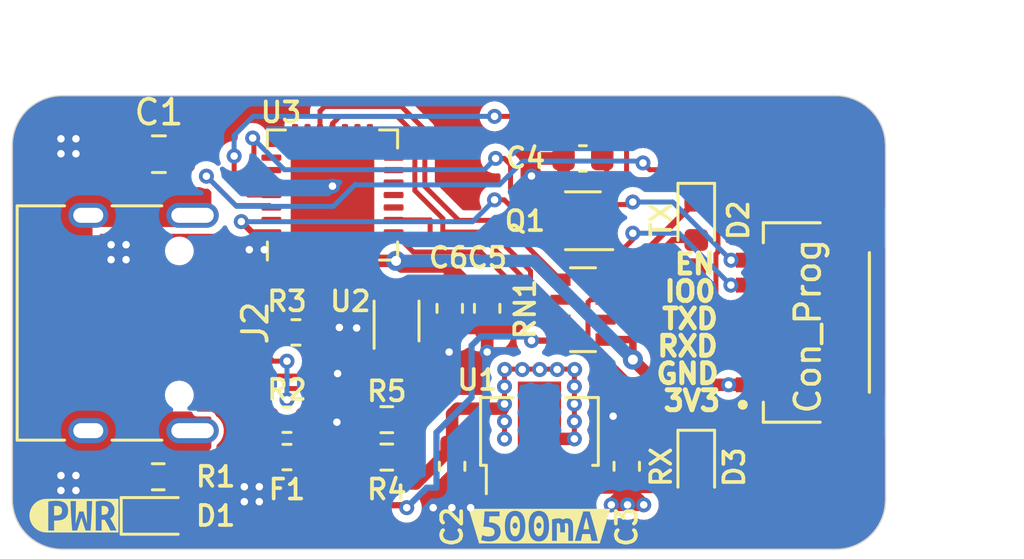
<source format=kicad_pcb>
(kicad_pcb (version 20221018) (generator pcbnew)
  (layers (0 "F.Cu" signal) (31 "B.Cu" signal) (34 "B.Paste" user) (35 "F.Paste" user) (36 "B.SilkS" user "B.Silkscreen") (37 "F.SilkS" user "F.Silkscreen") (38 "B.Mask" user) (39 "F.Mask" user) (44 "Edge.Cuts" user))
  (net 0 "")
  (net 1 "GND")
  (net 2 "Net-(J2-SHIELD)")
  (net 3 "/USB_PWR")
  (net 4 "/DP")
  (net 5 "/DM")
  (net 6 "Net-(D1-A)")
  (net 7 "Net-(D2-K)")
  (net 8 "/RXD")
  (net 9 "/TXD")
  (net 10 "/IO0")
  (net 11 "Net-(D3-K)")
  (net 12 "/CC1")
  (net 13 "/CC2")
  (net 15 "/RTS")
  (net 16 "/DTR")
  (net 17 "/GPIO1")
  (net 18 "/GPIO0")
  (net 19 "/DCD")
  (net 20 "/DSR")
  (net 21 "/CTS")
  (net 22 "/SUSPEND")
  (net 23 "/~{SUSPEND}")
  (net 24 "/GPIO2")
  (net 25 "/GPIO3")
  (net 27 "/RI")
  (net 28 "/~{RST}")
  (net 29 "VBUS")
  (net 30 "+3V3")
  (net 31 "EN")
  (net 32 "/GPIO4")
  (net 33 "/GPIO5")
  (net 34 "/GPIO6")
  (net 35 "/CHR0")
  (net 36 "/CHR1")
  (net 37 "/CHREN")
  (net 38 "Net-(U3-VBUS)")
  (net 39 "Net-(U3-D-)")
  (net 40 "Net-(U3-D+)")
  (footprint "Capacitor_SMD:C_0805_2012Metric" (layer "F.Cu") (at 115.365 76.848)
    (fp_text reference "C1")
    (fp_text value "4.7nF")
  )
  (footprint "Capacitor_SMD:C_0603_1608Metric" (layer "F.Cu") (at 127.12 89.37 -90)
    (fp_text reference "C2")
    (fp_text value "1uF")
  )
  (footprint "Capacitor_SMD:C_0603_1608Metric" (layer "F.Cu") (at 127.024 83.0325 -90)
    (fp_text reference "C6")
    (fp_text value "0.1uF")
  )
  (footprint "Capacitor_SMD:C_0603_1608Metric" (layer "F.Cu") (at 134.12 89.37 90)
    (fp_text reference "C3")
    (fp_text value "10uF")
  )
  (footprint "Fuse:Fuse_0603_1608Metric" (layer "F.Cu") (at 120.5 89 180)
    (fp_text reference "F1")
    (fp_text value "0.5A")
  )
  (footprint "Jts:JST_SM06B-SRSS-TB_LF__SN_" (layer "F.Cu") (at 139.27 83.6 90)
    (fp_text reference "J1" hide)
    (fp_text value "Con_Prog")
  )
  (footprint "Connector_USB:USB_C_Receptacle_HRO_TYPE-C-31-M-12" (layer "F.Cu") (at 113.585 83.62 -90)
    (fp_text reference "J2")
    (fp_text value "USB C")
  )
  (footprint "Resistor_SMD:R_0603_1608Metric" (layer "F.Cu") (at 120.5 87.5)
    (fp_text reference "R2")
    (fp_text value "5K1")
  )
  (footprint "Resistor_SMD:R_0603_1608Metric" (layer "F.Cu") (at 120.86 83.9978)
    (fp_text reference "R3")
    (fp_text value "5K1")
  )
  (footprint "Resistor_SMD:R_0603_1608Metric" (layer "F.Cu") (at 115.34 89.79 180)
    (fp_text reference "R1")
    (fp_text value "1M")
  )
  (footprint "LED_SMD:LED_0603_1608Metric" (layer "F.Cu") (at 136.906 79.502 -90)
    (fp_text reference "D2")
    (fp_text value "TX")
  )
  (footprint "Capacitor_SMD:C_0603_1608Metric" (layer "F.Cu") (at 132.362 77.018 180)
    (fp_text reference "C4")
    (fp_text value "1uF")
  )
  (footprint "Resistor_SMD:R_0603_1608Metric" (layer "F.Cu") (at 124.5 89)
    (fp_text reference "R4")
    (fp_text value "22.1K")
  )
  (footprint "Resistor_SMD:R_0603_1608Metric" (layer "F.Cu") (at 124.5 87.5 180)
    (fp_text reference "R5")
    (fp_text value "47.5K")
  )
  (footprint "Package_DFN_QFN:QFN-28-1EP_5x5mm_P0.5mm_EP3.35x3.35mm" (layer "F.Cu") (at 122.324 78.486 90)
    (fp_text reference "U3")
    (fp_text value "CP2102N" hide)
  )
  (footprint "Package_TO_SOT_SMD:SOT-89-3" (layer "F.Cu") (at 130.62 88.27 90)
    (fp_text reference "U1")
    (fp_text value "LR1107")
  )
  (footprint "Capacitor_SMD:C_0603_1608Metric" (layer "F.Cu") (at 128.524 83.0325 -90)
    (fp_text reference "C5")
    (fp_text value "10uF")
  )
  (footprint "LED_SMD:LED_0603_1608Metric" (layer "F.Cu") (at 136.906 89.408 -90)
    (fp_text reference "D3")
    (fp_text value "RX")
  )
  (footprint "Package_TO_SOT_SMD:SOT-363_SC-70-6" (layer "F.Cu") (at 132.362 79.518 180)
    (fp_text reference "Q1")
    (fp_text value "UMH3N")
  )
  (footprint "Package_TO_SOT_SMD:SOT-666" (layer "F.Cu") (at 124.8918 83.5406 90)
    (fp_text reference "U2")
    (fp_text value "USBLC6-2P6")
  )
  (footprint "kibuzzard-62357631" (layer "F.Cu") (at 111.96 91.35)
    (fp_text reference "kibuzzard-62357631" hide)
    (fp_text value "G***" hide)
  )
  (footprint "Resistor_SMD:R_Array_Convex_4x0603" (layer "F.Cu") (at 132.366 83.086)
    (fp_text reference "RN1")
    (fp_text value "1K")
  )
  (footprint "LED_SMD:LED_0603_1608Metric" (layer "F.Cu") (at 115.34 91.36)
    (fp_text reference "D1")
    (fp_text value "PWR")
  )
  (footprint "kibuzzard-62357776" (layer "F.Cu") (at 130.62 91.77)
    (fp_text reference "kibuzzard-62357776" hide)
    (fp_text value "G***" hide)
  )
  (gr_arc (start 109.489439 76.498414) (mid 110.074753 75.085296) (end 111.487853 74.5) (stroke (width 0.05)) (layer "Edge.Cuts"))
  (gr_arc (start 142.491761 74.5) (mid 143.906 75.085773) (end 144.491761 76.5) (stroke (width 0.05)) (layer "Edge.Cuts"))
  (gr_arc (start 144.491761 90.7188) (mid 143.911479 92.119706) (end 142.510561 92.7) (stroke (width 0.05)) (layer "Edge.Cuts"))
  (gr_line (start 109.489439 90.7) (end 109.489439 76.498414) (stroke (width 0.05)) (layer "Edge.Cuts"))
  (gr_line (start 144.491761 90.7188) (end 144.491761 76.5) (stroke (width 0.05)) (layer "Edge.Cuts"))
  (gr_line (start 111.489439 92.7) (end 142.510561 92.7) (stroke (width 0.05)) (layer "Edge.Cuts"))
  (gr_arc (start 111.489439 92.7) (mid 110.0752 92.114227) (end 109.489439 90.7) (stroke (width 0.05)) (layer "Edge.Cuts"))
  (gr_line (start 142.491761 74.5) (end 111.487853 74.5) (stroke (width 0.05)) (layer "Edge.Cuts"))
  (gr_text "IO0" (at 136.656 82.356) (layer "F.SilkS") (effects (font (size 0.8 0.8) (thickness 0.2))))
  (gr_text "TXD" (at 136.656 83.456) (layer "F.SilkS") (effects (font (size 0.8 0.8) (thickness 0.2))))
  (gr_text "RXD" (at 136.556 84.556) (layer "F.SilkS") (effects (font (size 0.8 0.8) (thickness 0.2))))
  (gr_text "GND" (at 136.556 85.656) (layer "F.SilkS") (effects (font (size 0.8 0.8) (thickness 0.2))))
  (gr_text "3V3" (at 136.73 86.74) (layer "F.SilkS") (effects (font (size 0.8 0.8) (thickness 0.2))))
  (gr_text "EN" (at 136.856 81.256) (layer "F.SilkS") (effects (font (size 0.8 0.8) (thickness 0.2))))
  (segment (start 121.824 78.628) (end 122.324 78.128) (width 0.25) (layer "F.Cu") (net 1))
  (segment (start 121.6475 83.9978) (end 122.4022 83.9978) (width 0.2) (layer "F.Cu") (net 1))
  (segment (start 122.5296 85.6488) (end 123.0659 85.1125) (width 0.2) (layer "F.Cu") (net 1))
  (segment (start 120.13 80.68) (end 122.324 78.486) (width 0.2) (layer "F.Cu") (net 1))
  (segment (start 123.675 87.5) (end 123.825 87.5) (width 0.3) (layer "F.Cu") (net 1))
  (segment (start 123.2716 83.8) (end 123.2916 83.82) (width 0.2) (layer "F.Cu") (net 1))
  (segment (start 114.515 89.79) (end 114.515 91.3225) (width 0.5) (layer "F.Cu") (net 1))
  (segment (start 122.001614 78.163614) (end 122.324 78.486) (width 0.2) (layer "F.Cu") (net 1))
  (segment (start 127.024 83.82) (end 127.024 84.782508) (width 0.3) (layer "F.Cu") (net 1))
  (segment (start 121.824 80.936) (end 121.824 78.628) (width 0.25) (layer "F.Cu") (net 1))
  (segment (start 122.4022 83.9978) (end 122.6 83.8) (width 0.2) (layer "F.Cu") (net 1))
  (segment (start 119.59 80.68) (end 120.13 80.68) (width 0.2) (layer "F.Cu") (net 1))
  (segment (start 122.6 83.8) (end 123.2716 83.8) (width 0.2) (layer "F.Cu") (net 1))
  (segment (start 112.06 89.76) (end 112.04 89.74) (width 0.5) (layer "F.Cu") (net 1))
  (segment (start 124.8918 84.88) (end 124.8918 84.4656) (width 0.2) (layer "F.Cu") (net 1))
  (segment (start 127 84.785) (end 127 83.844) (width 0.2) (layer "F.Cu") (net 1))
  (segment (start 122.2 87.5) (end 122.3 87.6) (width 0.3) (layer "F.Cu") (net 1))
  (segment (start 128.524 83.82) (end 128.524 84.7825) (width 0.3) (layer "F.Cu") (net 1))
  (segment (start 114.515 91.3225) (end 114.5525 91.36) (width 0.5) (layer "F.Cu") (net 1))
  (segment (start 123.0659 85.1125) (end 124.6593 85.1125) (width 0.2) (layer "F.Cu") (net 1))
  (segment (start 122.001614 78.128) (end 122.001614 78.163614) (width 0.2) (layer "F.Cu") (net 1))
  (segment (start 127 83.844) (end 127.024 83.82) (width 0.2) (layer "F.Cu") (net 1))
  (segment (start 124.6593 85.1125) (end 124.8918 84.88) (width 0.2) (layer "F.Cu") (net 1))
  (segment (start 121.2875 87.5) (end 122.2 87.5) (width 0.3) (layer "F.Cu") (net 1))
  (segment (start 128.524 84.785) (end 128.524 83.82) (width 0.2) (layer "F.Cu") (net 1))
  (via (at 122.324 78.128) (size 0.6) (drill 0.3) (layers "F.Cu" "B.Cu") (net 1))
  (via (at 127 84.785) (size 0.6) (drill 0.3) (layers "F.Cu" "B.Cu") (net 1))
  (via (at 119.39 90.19) (size 0.6) (drill 0.3) (layers "F.Cu" "B.Cu") (net 1))
  (via (at 118.79 90.19) (size 0.6) (drill 0.3) (layers "F.Cu" "B.Cu") (net 1))
  (via (at 122.5 87.6) (size 0.6) (drill 0.3) (layers "F.Cu" "B.Cu") (net 1))
  (via (at 114.05 80.48) (size 0.6) (drill 0.3) (layers "F.Cu" "B.Cu") (net 1))
  (via (at 112.04 76.83) (size 0.6) (drill 0.3) (layers "F.Cu" "B.Cu") (net 1))
  (via (at 111.44 76.83) (size 0.6) (drill 0.3) (layers "F.Cu" "B.Cu") (net 1))
  (via (at 127.11 91.03) (size 0.6) (drill 0.3) (layers "F.Cu" "B.Cu") (net 1))
  (via (at 113.45 80.48) (size 0.6) (drill 0.3) (layers "F.Cu" "B.Cu") (net 1))
  (via (at 112.04 76.23) (size 0.6) (drill 0.3) (layers "F.Cu" "B.Cu") (net 1))
  (via (at 126.36 91.03) (size 0.6) (drill 0.3) (layers "F.Cu" "B.Cu") (net 1))
  (via (at 112.04 90.34) (size 0.6) (drill 0.3) (layers "F.Cu" "B.Cu") (net 1))
  (via (at 113.45 81.08) (size 0.6) (drill 0.3) (layers "F.Cu" "B.Cu") (net 1))
  (via (at 112.04 89.74) (size 0.6) (drill 0.3) (layers "F.Cu" "B.Cu") (net 1))
  (via (at 111.44 89.74) (size 0.6) (drill 0.3) (layers "F.Cu" "B.Cu") (net 1))
  (via (at 122.6 83.8) (size 0.6) (drill 0.3) (layers "F.Cu" "B.Cu") (net 1))
  (via (at 118.79 90.79) (size 0.6) (drill 0.3) (layers "F.Cu" "B.Cu") (net 1))
  (via (at 128.524 84.785) (size 0.6) (drill 0.3) (layers "F.Cu" "B.Cu") (net 1))
  (via (at 122.5296 85.6488) (size 0.6) (drill 0.3) (layers "F.Cu" "B.Cu") (net 1))
  (via (at 133.574 87.36) (size 0.6) (drill 0.3) (layers "F.Cu" "B.Cu") (net 1))
  (via (at 111.44 90.34) (size 0.6) (drill 0.3) (layers "F.Cu" "B.Cu") (net 1))
  (via (at 119.39 90.79) (size 0.6) (drill 0.3) (layers "F.Cu" "B.Cu") (net 1))
  (via (at 111.44 76.23) (size 0.6) (drill 0.3) (layers "F.Cu" "B.Cu") (net 1))
  (via (at 123.2916 83.82) (size 0.6) (drill 0.3) (layers "F.Cu" "B.Cu") (net 1))
  (via (at 118.99 80.68) (size 0.6) (drill 0.3) (layers "F.Cu" "B.Cu") (net 1))
  (via (at 127.86 91.03) (size 0.6) (drill 0.3) (layers "F.Cu" "B.Cu") (net 1))
  (via (at 119.59 80.68) (size 0.6) (drill 0.3) (layers "F.Cu" "B.Cu") (net 1))
  (via (at 114.05 81.08) (size 0.6) (drill 0.3) (layers "F.Cu" "B.Cu") (net 1))
  (via (at 130.302 77.724) (size 0.6) (drill 0.3) (layers "F.Cu" "B.Cu") (net 1))
  (segment (start 122.9868 84.1868) (end 122.6 83.8) (width 0.2) (layer "B.Cu") (net 1))
  (segment (start 122.9868 84.1248) (end 123.2916 83.82) (width 0.2) (layer "B.Cu") (net 1))
  (segment (start 122.9868 84.1868) (end 122.9868 84.1248) (width 0.2) (layer "B.Cu") (net 1))
  (segment (start 122.9868 84.1868) (end 122.9868 85.1916) (width 0.2) (layer "B.Cu") (net 1))
  (segment (start 122.9868 85.1916) (end 122.5296 85.6488) (width 0.2) (layer "B.Cu") (net 1))
  (segment (start 115.63 78.063) (end 114.415 76.848) (width 0.5) (layer "F.Cu") (net 2))
  (segment (start 116.68 87.91) (end 115.5 87.91) (width 0.5) (layer "F.Cu") (net 2))
  (segment (start 115.5 87.91) (end 113.41 87.91) (width 0.5) (layer "F.Cu") (net 2))
  (segment (start 113.33 79.28) (end 112.5 79.28) (width 0.5) (layer "F.Cu") (net 2))
  (segment (start 115.63 79.28) (end 115.63 78.063) (width 0.5) (layer "F.Cu") (net 2))
  (segment (start 115.63 89.32) (end 116.26 89.95) (width 0.5) (layer "F.Cu") (net 2))
  (segment (start 113.41 87.91) (end 112.15 87.91) (width 0.5) (layer "F.Cu") (net 2))
  (segment (start 116.68 79.28) (end 113.33 79.28) (width 0.5) (layer "F.Cu") (net 2))
  (segment (start 115.63 87.92) (end 115.63 89.32) (width 0.5) (layer "F.Cu") (net 2))
  (segment (start 121.924 81.849686) (end 123.164914 83.0906) (width 0.2) (layer "F.Cu") (net 3))
  (segment (start 117.6 85.9) (end 117.6 86.2) (width 0.2) (layer "F.Cu") (net 3))
  (segment (start 119.3125 88.6) (end 119.7125 89) (width 0.25) (layer "F.Cu") (net 3))
  (segment (start 118.575 86.2) (end 118.975 86.6) (width 0.2) (layer "F.Cu") (net 3))
  (segment (start 117.6 81.3) (end 120.3 81.3) (width 0.2) (layer "F.Cu") (net 3))
  (segment (start 124.86 83.25) (end 124.8918 83.2182) (width 0.2) (layer "F.Cu") (net 3))
  (segment (start 120.8233 81.849686) (end 121.924 81.849686) (width 0.2) (layer "F.Cu") (net 3))
  (segment (start 118.975 86.6) (end 118.975 88.2625) (width 0.2) (layer "F.Cu") (net 3))
  (segment (start 124.0262 83.25) (end 124.86 83.25) (width 0.2) (layer "F.Cu") (net 3))
  (segment (start 124.8918 83.2182) (end 124.8918 82.6156) (width 0.2) (layer "F.Cu") (net 3))
  (segment (start 120.3 81.3) (end 120.399 81.399) (width 0.2) (layer "F.Cu") (net 3))
  (segment (start 120.399 81.425386) (end 120.8233 81.849686) (width 0.2) (layer "F.Cu") (net 3))
  (segment (start 120.399 81.399) (end 120.399 81.425386) (width 0.2) (layer "F.Cu") (net 3))
  (segment (start 118.975 88.2625) (end 119.3125 88.6) (width 0.2) (layer "F.Cu") (net 3))
  (segment (start 117.6 86.2) (end 118.575 86.2) (width 0.2) (layer "F.Cu") (net 3))
  (segment (start 123.164914 83.0906) (end 123.8668 83.0906) (width 0.2) (layer "F.Cu") (net 3))
  (segment (start 123.8668 83.0906) (end 124.0262 83.25) (width 0.2) (layer "F.Cu") (net 3))
  (segment (start 117.6 83.35) (end 116.625 83.35) (width 0.2) (layer "F.Cu") (net 4))
  (segment (start 121.55 85.75) (end 122.5875 84.7125) (width 0.2) (layer "F.Cu") (net 4))
  (segment (start 116.58 84.4) (end 117.55 84.4) (width 0.2) (layer "F.Cu") (net 4))
  (segment (start 124.0324 84.7125) (end 124.3543 84.3906) (width 0.2) (layer "F.Cu") (net 4))
  (segment (start 116.625 83.35) (end 116.575 83.4) (width 0.2) (layer "F.Cu") (net 4))
  (segment (start 122.5875 84.7125) (end 124.0324 84.7125) (width 0.2) (layer "F.Cu") (net 4))
  (segment (start 118.69 84.79) (end 119.65 85.75) (width 0.2) (layer "F.Cu") (net 4))
  (segment (start 119.65 85.75) (end 121.55 85.75) (width 0.2) (layer "F.Cu") (net 4))
  (segment (start 116.575 84.395) (end 116.58 84.4) (width 0.2) (layer "F.Cu") (net 4))
  (segment (start 118.69 84.35) (end 118.69 84.79) (width 0.2) (layer "F.Cu") (net 4))
  (segment (start 116.575 83.4) (end 116.575 84.395) (width 0.2) (layer "F.Cu") (net 4))
  (segment (start 117.6 84.35) (end 118.69 84.35) (width 0.2) (layer "F.Cu") (net 4))
  (segment (start 117.55 84.4) (end 117.6 84.35) (width 0.2) (layer "F.Cu") (net 4))
  (segment (start 119.335 84.545) (end 119.9405 85.1505) (width 0.2) (layer "F.Cu") (net 5))
  (segment (start 120.55 86.25) (end 122.85 86.25) (width 0.2) (layer "F.Cu") (net 5))
  (segment (start 120.5 86.7) (end 120.5 86.3) (width 0.2) (layer "F.Cu") (net 5))
  (segment (start 118.575 82.85) (end 118.755685 83.030685) (width 0.2) (layer "F.Cu") (net 5))
  (segment (start 117.6 82.85) (end 118.575 82.85) (width 0.2) (layer "F.Cu") (net 5))
  (segment (start 123.3125 85.7875) (end 124.6449 85.7875) (width 0.2) (layer "F.Cu") (net 5))
  (segment (start 120.5 86.3) (end 120.55 86.25) (width 0.2) (layer "F.Cu") (net 5))
  (segment (start 117.6 83.85) (end 118.755685 83.85) (width 0.2) (layer "F.Cu") (net 5))
  (segment (start 120.4005 85.25) (end 120.5 85.1505) (width 0.2) (layer "F.Cu") (net 5))
  (segment (start 119.335 84.429315) (end 119.335 84.545) (width 0.2) (layer "F.Cu") (net 5))
  (segment (start 118.755685 83.85) (end 119.335 84.429315) (width 0.2) (layer "F.Cu") (net 5))
  (segment (start 124.6449 85.7875) (end 125.4293 85.0031) (width 0.2) (layer "F.Cu") (net 5))
  (segment (start 118.755685 83.030685) (end 118.755685 83.85) (width 0.2) (layer "F.Cu") (net 5))
  (segment (start 122.85 86.25) (end 123.3125 85.7875) (width 0.2) (layer "F.Cu") (net 5))
  (segment (start 119.9405 85.1505) (end 120.5 85.1505) (width 0.2) (layer "F.Cu") (net 5))
  (segment (start 125.4293 85.0031) (end 125.4293 84.3906) (width 0.2) (layer "F.Cu") (net 5))
  (via (at 120.5 86.7) (size 0.6) (drill 0.3) (layers "F.Cu" "B.Cu") (net 5))
  (via (at 120.5 85.1505) (size 0.6) (drill 0.3) (layers "F.Cu" "B.Cu") (net 5))
  (segment (start 120.5 85.1505) (end 120.5 86.7) (width 0.2) (layer "B.Cu") (net 5))
  (segment (start 116.8 92.03) (end 116.13 91.36) (width 0.25) (layer "F.Cu") (net 6))
  (segment (start 125.3 91.03) (end 125.202 90.932) (width 0.25) (layer "F.Cu") (net 6))
  (segment (start 120.396 90.932) (end 119.298 92.03) (width 0.25) (layer "F.Cu") (net 6))
  (segment (start 125.202 90.932) (end 120.396 90.932) (width 0.25) (layer "F.Cu") (net 6))
  (segment (start 131.424 84.328) (end 131.466 84.286) (width 0.25) (layer "F.Cu") (net 6))
  (segment (start 119.298 92.03) (end 116.8 92.03) (width 0.25) (layer "F.Cu") (net 6))
  (segment (start 130.302 84.328) (end 131.424 84.328) (width 0.25) (layer "F.Cu") (net 6))
  (via (at 130.302 84.328) (size 0.6) (drill 0.3) (layers "F.Cu" "B.Cu") (net 6))
  (via (at 125.3 91.03) (size 0.6) (drill 0.3) (layers "F.Cu" "B.Cu") (net 6))
  (segment (start 126.102 90.228) (end 126.492 90.228) (width 0.25) (layer "B.Cu") (net 6))
  (segment (start 126.492 88.014116) (end 127.899 86.607116) (width 0.25) (layer "B.Cu") (net 6))
  (segment (start 130.178116 84.328) (end 130.302 84.328) (width 0.25) (layer "B.Cu") (net 6))
  (segment (start 126.492 90.228) (end 126.492 88.014116) (width 0.25) (layer "B.Cu") (net 6))
  (segment (start 128.265116 84.16) (end 130.134 84.16) (width 0.25) (layer "B.Cu") (net 6))
  (segment (start 125.3 91.03) (end 126.102 90.228) (width 0.25) (layer "B.Cu") (net 6))
  (segment (start 127.899 86.607116) (end 127.899 84.526116) (width 0.25) (layer "B.Cu") (net 6))
  (segment (start 127.899 84.526116) (end 128.265116 84.16) (width 0.25) (layer "B.Cu") (net 6))
  (segment (start 130.134 84.16) (end 130.302 84.328) (width 0.25) (layer "B.Cu") (net 6))
  (segment (start 133.266 81.886) (end 133.416 81.886) (width 0.2) (layer "F.Cu") (net 7))
  (segment (start 133.7345 81.886) (end 133.266 81.886) (width 0.25) (layer "F.Cu") (net 7))
  (segment (start 136.8415 78.4605) (end 136.906 78.4605) (width 0.2) (layer "F.Cu") (net 7))
  (segment (start 136.906 78.7145) (end 133.7345 81.886) (width 0.25) (layer "F.Cu") (net 7))
  (segment (start 131.080686 75.946) (end 133.858 75.946) (width 0.2) (layer "F.Cu") (net 8))
  (segment (start 138 84.1) (end 139.157 84.1) (width 0.2) (layer "F.Cu") (net 8))
  (segment (start 137.51625 77.87) (end 137.776 78.12975) (width 0.2) (layer "F.Cu") (net 8))
  (segment (start 134.112 77.635685) (end 134.346315 77.87) (width 0.2) (layer "F.Cu") (net 8))
  (segment (start 137.694 80.857471) (end 137.694 83.794) (width 0.2) (layer "F.Cu") (net 8))
  (segment (start 137.694 83.794) (end 138 84.1) (width 0.2) (layer "F.Cu") (net 8))
  (segment (start 130.464686 75.33) (end 131.080686 75.946) (width 0.2) (layer "F.Cu") (net 8))
  (segment (start 118.383 77.913914) (end 118.955086 78.486) (width 0.2) (layer "F.Cu") (net 8))
  (segment (start 133.858 75.946) (end 134.112 76.2) (width 0.2) (layer "F.Cu") (net 8))
  (segment (start 118.383 76.923) (end 118.383 76.797) (width 0.2) (layer "F.Cu") (net 8))
  (segment (start 137.776 80.775471) (end 137.694 80.857471) (width 0.2) (layer "F.Cu") (net 8))
  (segment (start 137.776 78.12975) (end 137.776 80.775471) (width 0.2) (layer "F.Cu") (net 8))
  (segment (start 128.82 75.33) (end 130.464686 75.33) (width 0.2) (layer "F.Cu") (net 8))
  (segment (start 134.346315 77.87) (end 137.51625 77.87) (width 0.2) (layer "F.Cu") (net 8))
  (segment (start 118.955086 78.486) (end 119.874 78.486) (width 0.2) (layer "F.Cu") (net 8))
  (segment (start 134.112 76.2) (end 134.112 77.635685) (width 0.2) (layer "F.Cu") (net 8))
  (segment (start 118.383 76.923) (end 118.383 77.913914) (width 0.2) (layer "F.Cu") (net 8))
  (via (at 128.82 75.33) (size 0.6) (drill 0.3) (layers "F.Cu" "B.Cu") (net 8))
  (via (at 118.383 76.923) (size 0.6) (drill 0.3) (layers "F.Cu" "B.Cu") (net 8))
  (segment (start 128.82 75.33) (end 119.147471 75.33) (width 0.2) (layer "B.Cu") (net 8))
  (segment (start 119.147471 75.33) (end 118.38 76.097471) (width 0.2) (layer "B.Cu") (net 8))
  (segment (start 118.38 76.097471) (end 118.38 76.92) (width 0.2) (layer "B.Cu") (net 8))
  (segment (start 118.38 76.92) (end 118.383 76.923) (width 0.2) (layer "B.Cu") (net 8))
  (segment (start 135.04 77.47) (end 137.681936 77.47) (width 0.2) (layer "F.Cu") (net 9))
  (segment (start 118.451 78.911) (end 119.799 78.911) (width 0.2) (layer "F.Cu") (net 9))
  (segment (start 138.176 80.31) (end 140.2 80.31) (width 0.2) (layer "F.Cu") (net 9))
  (segment (start 134.77 77.2) (end 135.04 77.47) (width 0.2) (layer "F.Cu") (net 9))
  (segment (start 140.45 80.56) (end 140.45 82.95) (width 0.2) (layer "F.Cu") (net 9))
  (segment (start 117.27 77.73) (end 118.451 78.911) (width 0.2) (layer "F.Cu") (net 9))
  (segment (start 140.3 83.1) (end 139.157 83.1) (width 0.2) (layer "F.Cu") (net 9))
  (segment (start 119.799 78.911) (end 119.874 78.986) (width 0.2) (layer "F.Cu") (net 9))
  (segment (start 140.45 82.95) (end 140.3 83.1) (width 0.2) (layer "F.Cu") (net 9))
  (segment (start 138.176 77.964064) (end 138.176 80.31) (width 0.2) (layer "F.Cu") (net 9))
  (segment (start 137.681936 77.47) (end 138.176 77.964064) (width 0.2) (layer "F.Cu") (net 9))
  (segment (start 140.2 80.31) (end 140.45 80.56) (width 0.2) (layer "F.Cu") (net 9))
  (via (at 117.27 77.73) (size 0.6) (drill 0.3) (layers "F.Cu" "B.Cu") (net 9))
  (via (at 134.77 77.2) (size 0.6) (drill 0.3) (layers "F.Cu" "B.Cu") (net 9))
  (segment (start 129.01 78.08) (end 123.260529 78.08) (width 0.2) (layer "B.Cu") (net 9))
  (segment (start 134.694 77.124) (end 129.966 77.124) (width 0.2) (layer "B.Cu") (net 9))
  (segment (start 117.27 77.73) (end 118.48 78.94) (width 0.2) (layer "B.Cu") (net 9))
  (segment (start 129.966 77.124) (end 129.01 78.08) (width 0.2) (layer "B.Cu") (net 9))
  (segment (start 134.77 77.2) (end 134.694 77.124) (width 0.2) (layer "B.Cu") (net 9))
  (segment (start 123.260529 78.08) (end 123.240529 78.06) (width 0.2) (layer "B.Cu") (net 9))
  (segment (start 118.48 78.94) (end 122.360529 78.94) (width 0.2) (layer "B.Cu") (net 9))
  (segment (start 122.360529 78.94) (end 123.240529 78.06) (width 0.2) (layer "B.Cu") (net 9))
  (segment (start 132.362 80.768) (end 133.862 80.768) (width 0.2) (layer "F.Cu") (net 10))
  (segment (start 131.412 80.168) (end 131.762 80.168) (width 0.2) (layer "F.Cu") (net 10))
  (segment (start 131.762 80.168) (end 132.362 80.768) (width 0.2) (layer "F.Cu") (net 10))
  (segment (start 133.862 80.768) (end 134.362 80.268) (width 0.2) (layer "F.Cu") (net 10))
  (segment (start 134.362 80.268) (end 134.362 80.018) (width 0.2) (layer "F.Cu") (net 10))
  (via (at 138.294 82.1) (size 0.6) (drill 0.3) (layers "F.Cu" "B.Cu") (net 10))
  (via (at 134.362 80.018) (size 0.6) (drill 0.3) (layers "F.Cu" "B.Cu") (net 10))
  (segment (start 134.362 80.018) (end 136.212 80.018) (width 0.2) (layer "B.Cu") (net 10))
  (segment (start 136.212 80.018) (end 138.294 82.1) (width 0.2) (layer "B.Cu") (net 10))
  (segment (start 132.666 82.686) (end 133.266 82.686) (width 0.2) (layer "F.Cu") (net 11))
  (segment (start 133.096 84.836) (end 132.566 84.836) (width 0.2) (layer "F.Cu") (net 11))
  (segment (start 136.906 88.6205) (end 136.8805 88.6205) (width 0.2) (layer "F.Cu") (net 11))
  (segment (start 132.566 84.836) (end 132.566 82.786) (width 0.2) (layer "F.Cu") (net 11))
  (segment (start 132.566 82.786) (end 132.666 82.686) (width 0.2) (layer "F.Cu") (net 11))
  (segment (start 136.8805 88.6205) (end 133.096 84.836) (width 0.2) (layer "F.Cu") (net 11))
  (segment (start 119.67 82.35) (end 120.0725 82.7525) (width 0.2) (layer "F.Cu") (net 12))
  (segment (start 117.6 82.35) (end 119.67 82.35) (width 0.2) (layer "F.Cu") (net 12))
  (segment (start 120.0725 82.7525) (end 120.0725 83.9978) (width 0.2) (layer "F.Cu") (net 12))
  (segment (start 119.7125 86.378186) (end 119.7125 87.5) (width 0.2) (layer "F.Cu") (net 13))
  (segment (start 118.684314 85.35) (end 119.7125 86.378186) (width 0.2) (layer "F.Cu") (net 13))
  (segment (start 117.6 85.35) (end 118.684314 85.35) (width 0.2) (layer "F.Cu") (net 13))
  (segment (start 119.4625 87.75) (end 119.7125 87.5) (width 0.2) (layer "F.Cu") (net 13))
  (segment (start 119.459614 77.986) (end 119.874 77.986) (width 0.2) (layer "F.Cu") (net 15))
  (segment (start 129.212 77.018) (end 129.462 77.268) (width 0.2) (layer "F.Cu") (net 15))
  (segment (start 119.174 77.700386) (end 119.459614 77.986) (width 0.2) (layer "F.Cu") (net 15))
  (segment (start 132.536022 79.518) (end 133.312 79.518) (width 0.2) (layer "F.Cu") (net 15))
  (segment (start 129.962 78.868) (end 131.412 78.868) (width 0.2) (layer "F.Cu") (net 15))
  (segment (start 131.886022 78.868) (end 132.536022 79.518) (width 0.2) (layer "F.Cu") (net 15))
  (segment (start 131.412 78.868) (end 131.886022 78.868) (width 0.2) (layer "F.Cu") (net 15))
  (segment (start 119.174 76.248) (end 119.126 76.2) (width 0.2) (layer "F.Cu") (net 15))
  (segment (start 128.862 77.018) (end 129.212 77.018) (width 0.2) (layer "F.Cu") (net 15))
  (segment (start 129.462 77.268) (end 129.462 78.368) (width 0.2) (layer "F.Cu") (net 15))
  (segment (start 119.174 77.700386) (end 119.174 76.248) (width 0.2) (layer "F.Cu") (net 15))
  (segment (start 129.462 78.368) (end 129.962 78.868) (width 0.2) (layer "F.Cu") (net 15))
  (via (at 128.862 77.018) (size 0.6) (drill 0.3) (layers "F.Cu" "B.Cu") (net 15))
  (via (at 119.126 76.2) (size 0.6) (drill 0.3) (layers "F.Cu" "B.Cu") (net 15))
  (segment (start 128.41 77.47) (end 120.396 77.47) (width 0.2) (layer "B.Cu") (net 15))
  (segment (start 120.396 77.47) (end 119.126 76.2) (width 0.2) (layer "B.Cu") (net 15))
  (segment (start 128.862 77.018) (end 128.41 77.47) (width 0.2) (layer "B.Cu") (net 15))
  (segment (start 119.102 79.986) (end 118.6688 79.5528) (width 0.25) (layer "F.Cu") (net 16))
  (segment (start 131.412 79.518) (end 131.971016 79.518) (width 0.2) (layer "F.Cu") (net 16))
  (segment (start 129.208994 78.68) (end 128.82 78.68) (width 0.2) (layer "F.Cu") (net 16))
  (segment (start 131.971016 79.518) (end 132.621016 80.168) (width 0.2) (layer "F.Cu") (net 16))
  (segment (start 130.046994 79.518) (end 129.208994 78.68) (width 0.2) (layer "F.Cu") (net 16))
  (segment (start 119.874 79.986) (end 119.102 79.986) (width 0.25) (layer "F.Cu") (net 16))
  (segment (start 130.046994 79.518) (end 131.412 79.518) (width 0.2) (layer "F.Cu") (net 16))
  (segment (start 118.6688 79.5528) (end 118.672 79.556) (width 0.25) (layer "F.Cu") (net 16))
  (segment (start 132.621016 80.168) (end 133.312 80.168) (width 0.2) (layer "F.Cu") (net 16))
  (segment (start 118.672 79.556) (end 118.824 79.556) (width 0.25) (layer "F.Cu") (net 16))
  (via (at 118.6688 79.5528) (size 0.6) (drill 0.3) (layers "F.Cu" "B.Cu") (net 16))
  (via (at 128.82 78.68) (size 0.6) (drill 0.3) (layers "F.Cu" "B.Cu") (net 16))
  (segment (start 127.944 79.556) (end 118.824 79.556) (width 0.2) (layer "B.Cu") (net 16))
  (segment (start 128.82 78.68) (end 127.944 79.556) (width 0.2) (layer "B.Cu") (net 16))
  (segment (start 131.466 82.686) (end 130.262 82.686) (width 0.2) (layer "F.Cu") (net 17))
  (segment (start 122.609614 75.336) (end 122.324 75.621614) (width 0.2) (layer "F.Cu") (net 17))
  (segment (start 130.262 81.53737) (end 128.69663 79.972) (width 0.2) (layer "F.Cu") (net 17))
  (segment (start 125.626 78.30937) (end 125.626 76.036) (width 0.2) (layer "F.Cu") (net 17))
  (segment (start 122.324 75.621614) (end 122.324 76.036) (width 0.2) (layer "F.Cu") (net 17))
  (segment (start 125.626 76.036) (end 124.926 75.336) (width 0.2) (layer "F.Cu") (net 17))
  (segment (start 126.746 79.429369) (end 125.626 78.30937) (width 0.2) (layer "F.Cu") (net 17))
  (segment (start 130.262 82.686) (end 130.262 81.53737) (width 0.2) (layer "F.Cu") (net 17))
  (segment (start 128.69663 79.972) (end 126.746 79.972) (width 0.2) (layer "F.Cu") (net 17))
  (segment (start 126.746 79.972) (end 126.746 79.429369) (width 0.2) (layer "F.Cu") (net 17))
  (segment (start 124.926 75.336) (end 122.609614 75.336) (width 0.2) (layer "F.Cu") (net 17))
  (segment (start 126.026 78.143684) (end 127.384316 79.502) (width 0.2) (layer "F.Cu") (net 18))
  (segment (start 127.384316 79.502) (end 129.082 79.502) (width 0.2) (layer "F.Cu") (net 18))
  (segment (start 122.006315 74.936) (end 125.091686 74.936) (width 0.2) (layer "F.Cu") (net 18))
  (segment (start 129.082 79.502) (end 131.466 81.886) (width 0.2) (layer "F.Cu") (net 18))
  (segment (start 121.824 75.678) (end 121.824 75.118315) (width 0.2) (layer "F.Cu") (net 18))
  (segment (start 125.091686 74.936) (end 126.026 75.870314) (width 0.2) (layer "F.Cu") (net 18))
  (segment (start 121.824 75.118315) (end 122.006315 74.936) (width 0.2) (layer "F.Cu") (net 18))
  (segment (start 126.026 75.870314) (end 126.026 78.143684) (width 0.2) (layer "F.Cu") (net 18))
  (segment (start 131.466 81.886) (end 131.196 81.886) (width 0.2) (layer "F.Cu") (net 18))
  (segment (start 126.238 79.487055) (end 126.236945 79.486) (width 0.2) (layer "F.Cu") (net 28))
  (segment (start 129.862 81.703055) (end 128.530945 80.372) (width 0.2) (layer "F.Cu") (net 28))
  (segment (start 126.346 80.372) (end 126.238 80.264) (width 0.2) (layer "F.Cu") (net 28))
  (segment (start 126.236945 79.486) (end 124.774 79.486) (width 0.2) (layer "F.Cu") (net 28))
  (segment (start 131.466 83.486) (end 130.496315 83.486) (width 0.2) (layer "F.Cu") (net 28))
  (segment (start 126.238 80.264) (end 126.238 79.487055) (width 0.2) (layer "F.Cu") (net 28))
  (segment (start 128.530945 80.372) (end 126.346 80.372) (width 0.2) (layer "F.Cu") (net 28))
  (segment (start 130.496315 83.486) (end 129.862 82.851685) (width 0.2) (layer "F.Cu") (net 28))
  (segment (start 129.862 82.851685) (end 129.862 81.703055) (width 0.2) (layer "F.Cu") (net 28))
  (segment (start 130.62 89.8325) (end 130.62 88.27) (width 0.5) (layer "F.Cu") (net 29))
  (segment (start 129.22 85.47) (end 132.02 85.47) (width 0.2) (layer "F.Cu") (net 29))
  (segment (start 121.2875 89) (end 121.2875 89.0295) (width 0.5) (layer "F.Cu") (net 29))
  (segment (start 127.3325 87.0575) (end 127.12 87.27) (width 0.5) (layer "F.Cu") (net 29))
  (segment (start 127.12 88.5825) (end 127.12 88.60478) (width 0.5) (layer "F.Cu") (net 29))
  (segment (start 129.22 88.27) (end 129.22 85.47) (width 0.2) (layer "F.Cu") (net 29))
  (segment (start 123.675 89) (end 121.2875 89) (width 0.5) (layer "F.Cu") (net 29))
  (segment (start 125.66478 90.06) (end 124.04 90.06) (width 0.5) (layer "F.Cu") (net 29))
  (segment (start 127.12 87.27) (end 127.12 88.5825) (width 0.5) (layer "F.Cu") (net 29))
  (segment (start 127.12 88.60478) (end 125.66478 90.06) (width 0.5) (layer "F.Cu") (net 29))
  (segment (start 123.675 89.695) (end 123.675 89) (width 0.5) (layer "F.Cu") (net 29))
  (segment (start 127.3325 87.0575) (end 129.1575 87.0575) (width 0.5) (layer "F.Cu") (net 29))
  (segment (start 124.04 90.06) (end 123.675 89.695) (width 0.5) (layer "F.Cu") (net 29))
  (segment (start 130.62 88.27) (end 132.02 88.27) (width 0.5) (layer "F.Cu") (net 29))
  (segment (start 132.02 85.47) (end 132.02 88.27) (width 0.2) (layer "F.Cu") (net 29))
  (via (at 129.22 87.57) (size 0.6) (drill 0.3) (layers "F.Cu" "B.Cu") (net 29))
  (via (at 129.22 86.87) (size 0.6) (drill 0.3) (layers "F.Cu" "B.Cu") (net 29))
  (via (at 129.22 86.17) (size 0.6) (drill 0.3) (layers "F.Cu" "B.Cu") (net 29))
  (via (at 129.23 85.486) (size 0.6) (drill 0.3) (layers "F.Cu" "B.Cu") (net 29))
  (via (at 129.93 85.486) (size 0.6) (drill 0.3) (layers "F.Cu" "B.Cu") (net 29))
  (via (at 130.63 85.486) (size 0.6) (drill 0.3) (layers "F.Cu" "B.Cu") (net 29))
  (via (at 131.33 85.486) (size 0.6) (drill 0.3) (layers "F.Cu" "B.Cu") (net 29))
  (via (at 132.03 85.486) (size 0.6) (drill 0.3) (layers "F.Cu" "B.Cu") (net 29))
  (via (at 132.02 86.87) (size 0.6) (drill 0.3) (layers "F.Cu" "B.Cu") (net 29))
  (via (at 132.02 86.17) (size 0.6) (drill 0.3) (layers "F.Cu" "B.Cu") (net 29))
  (via (at 132.02 88.27) (size 0.6) (drill 0.3) (layers "F.Cu" "B.Cu") (net 29))
  (via (at 132.02 87.57) (size 0.6) (drill 0.3) (layers "F.Cu" "B.Cu") (net 29))
  (via (at 129.22 88.27) (size 0.6) (drill 0.3) (layers "F.Cu" "B.Cu") (net 29))
  (segment (start 134.12 90.1575) (end 134.12 90.296) (width 0.5) (layer "F.Cu") (net 30))
  (segment (start 134.12 90.236) (end 134.8 90.916) (width 0.5) (layer "F.Cu") (net 30))
  (segment (start 134.8 90.916) (end 133.5 90.916) (width 0.5) (layer "F.Cu") (net 30))
  (segment (start 134.366 83.836) (end 134.366 84.336) (width 0.3) (layer "F.Cu") (net 30))
  (segment (start 139.157 86.1) (end 138.2 86.1) (width 0.5) (layer "F.Cu") (net 30))
  (segment (start 136.906 80.2895) (end 135.967396 80.2895) (width 0.25) (layer "F.Cu") (net 30))
  (segment (start 134.0575 90.22) (end 134.12 90.1575) (width 0.5) (layer "F.Cu") (net 30))
  (segment (start 128.622 82.1435) (end 127.122 82.1435) (width 0.4) (layer "F.Cu") (net 30))
  (segment (start 134.8 90.916) (end 134.15 90.916) (width 0.25) (layer "F.Cu") (net 30))
  (segment (start 133.266 83.486) (end 134.016 83.486) (width 0.3) (layer "F.Cu") (net 30))
  (segment (start 125.101 81.355) (end 124.874 81.128) (width 0.5) (layer "F.Cu") (net 30))
  (segment (start 127.024 81.355) (end 127.024 82.245) (width 0.5) (layer "F.Cu") (net 30))
  (segment (start 127.122 82.1435) (end 126.872 81.8935) (width 0.4) (layer "F.Cu") (net 30))
  (segment (start 133.266 84.286) (end 134.316 84.286) (width 0.3) (layer "F.Cu") (net 30))
  (segment (start 134.12 90.886) (end 134.15 90.916) (width 0.5) (layer "F.Cu") (net 30))
  (segment (start 132.42 90.22) (end 134.0575 90.22) (width 0.5) (layer "F.Cu") (net 30))
  (segment (start 124.016 81.128) (end 123.824 80.936) (width 0.5) (layer "F.Cu") (net 30))
  (segment (start 134.366 84.336) (end 134.366 85.09) (width 0.3) (layer "F.Cu") (net 30))
  (segment (start 139.157 89.443) (end 139.157 86.1) (width 0.5) (layer "F.Cu") (net 30))
  (segment (start 127.024 81.355) (end 125.101 81.355) (width 0.5) (layer "F.Cu") (net 30))
  (segment (start 134.12 90.1575) (end 134.12 90.886) (width 0.5) (layer "F.Cu") (net 30))
  (segment (start 134.12 90.1575) (end 134.12 90.236) (width 0.5) (layer "F.Cu") (net 30))
  (segment (start 134.016 83.486) (end 134.366 83.836) (width 0.3) (layer "F.Cu") (net 30))
  (segment (start 127.914 82.245) (end 128.524 82.245) (width 0.5) (layer "F.Cu") (net 30))
  (segment (start 123.824 80.936) (end 123.399 80.936) (width 0.5) (layer "F.Cu") (net 30))
  (segment (start 134.016 82.240896) (end 134.016 83.486) (width 0.25) (layer "F.Cu") (net 30))
  (segment (start 134.158 90.1955) (end 134.12 90.1575) (width 0.5) (layer "F.Cu") (net 30))
  (segment (start 127.024 82.245) (end 128.524 82.245) (width 0.5) (layer "F.Cu") (net 30))
  (segment (start 132.12 89.92) (end 132.42 90.22) (width 0.5) (layer "F.Cu") (net 30))
  (segment (start 135.967396 80.2895) (end 134.016 82.240896) (width 0.25) (layer "F.Cu") (net 30))
  (segment (start 135.376 86.1) (end 134.366 85.09) (width 0.5) (layer "F.Cu") (net 30))
  (segment (start 134.12 90.296) (end 133.5 90.916) (width 0.5) (layer "F.Cu") (net 30))
  (segment (start 133.97 90.3075) (end 134.12 90.1575) (width 0.25) (layer "F.Cu") (net 30))
  (segment (start 127.024 81.355) (end 127.914 82.245) (width 0.5) (layer "F.Cu") (net 30))
  (segment (start 136.906 90.1955) (end 138.4045 90.1955) (width 0.5) (layer "F.Cu") (net 30))
  (segment (start 132.3575 90.1575) (end 132.12 89.92) (width 0.5) (layer "F.Cu") (net 30))
  (segment (start 124.874 81.128) (end 124.016 81.128) (width 0.5) (layer "F.Cu") (net 30))
  (segment (start 136.906 90.1955) (end 134.158 90.1955) (width 0.5) (layer "F.Cu") (net 30))
  (segment (start 138.2 86.1) (end 135.376 86.1) (width 0.5) (layer "F.Cu") (net 30))
  (segment (start 138.4045 90.1955) (end 139.157 89.443) (width 0.5) (layer "F.Cu") (net 30))
  (segment (start 124.99 81.244) (end 124.874 81.128) (width 0.4) (layer "F.Cu") (net 30))
  (segment (start 133.5 90.916) (end 134.15 90.916) (width 0.25) (layer "F.Cu") (net 30))
  (segment (start 136.884 90.1735) (end 136.906 90.1955) (width 0.5) (layer "F.Cu") (net 30))
  (segment (start 134.316 84.286) (end 134.366 84.336) (width 0.3) (layer "F.Cu") (net 30))
  (via (at 138.2 86.1) (size 0.6) (drill 0.3) (layers "F.Cu" "B.Cu") (net 30))
  (via (at 124.874 81.128) (size 0.8) (drill 0.4) (layers "F.Cu" "B.Cu") (net 30))
  (via (at 133.5 90.916) (size 0.6) (drill 0.3) (layers "F.Cu" "B.Cu") (net 30))
  (via (at 134.8 90.916) (size 0.6) (drill 0.3) (layers "F.Cu" "B.Cu") (net 30))
  (via (at 134.15 90.916) (size 0.6) (drill 0.3) (layers "F.Cu" "B.Cu") (net 30))
  (via (at 134.366 85.09) (size 0.8) (drill 0.4) (layers "F.Cu" "B.Cu") (net 30))
  (segment (start 130.404 81.128) (end 124.874 81.128) (width 0.5) (layer "B.Cu") (net 30))
  (segment (start 134.366 85.09) (end 130.404 81.128) (width 0.5) (layer "B.Cu") (net 30))
  (segment (start 134.262 78.868) (end 134.362 78.768) (width 0.2) (layer "F.Cu") (net 31))
  (segment (start 133.312 78.868) (end 134.262 78.868) (width 0.2) (layer "F.Cu") (net 31))
  (segment (start 133.312 78.868) (end 133.312 77.193) (width 0.2) (layer "F.Cu") (net 31))
  (segment (start 133.312 77.193) (end 133.137 77.018) (width 0.2) (layer "F.Cu") (net 31))
  (via (at 134.362 78.768) (size 0.6) (drill 0.3) (layers "F.Cu" "B.Cu") (net 31))
  (via (at 138.3 81.1) (size 0.6) (drill 0.3) (layers "F.Cu" "B.Cu") (net 31))
  (segment (start 135.968 78.768) (end 138.3 81.1) (width 0.2) (layer "B.Cu") (net 31))
  (segment (start 134.362 78.768) (end 135.968 78.768) (width 0.2) (layer "B.Cu") (net 31))
  (segment (start 125.325 87.5) (end 126.249 86.576) (width 0.2) (layer "F.Cu") (net 38))
  (segment (start 125.325 87.30853) (end 125.325 87.5) (width 0.2) (layer "F.Cu") (net 38))
  (segment (start 126.646814 82.9825) (end 129.001186 82.9825) (width 0.2) (layer "F.Cu") (net 38))
  (segment (start 126.249 83.380314) (end 126.646814 82.9825) (width 0.2) (layer "F.Cu") (net 38))
  (segment (start 129.299 82.684686) (end 129.299 81.805314) (width 0.2) (layer "F.Cu") (net 38))
  (segment (start 129.001186 82.9825) (end 129.299 82.684686) (width 0.2) (layer "F.Cu") (net 38))
  (segment (start 125.325 89) (end 125.325 87.5) (width 0.2) (layer "F.Cu") (net 38))
  (segment (start 128.265686 80.772) (end 129.299 81.805314) (width 0.2) (layer "F.Cu") (net 38))
  (segment (start 126.249 86.576) (end 126.249 83.380314) (width 0.2) (layer "F.Cu") (net 38))
  (segment (start 124.774 79.986) (end 125.56 80.772) (width 0.2) (layer "F.Cu") (net 38))
  (segment (start 125.56 80.772) (end 128.265686 80.772) (width 0.2) (layer "F.Cu") (net 38))
  (segment (start 125.3418 81.9906) (end 123.464214 81.9906) (width 0.2) (layer "F.Cu") (net 39))
  (segment (start 125.4293 82.6906) (end 125.4293 82.0781) (width 0.2) (layer "F.Cu") (net 39))
  (segment (start 122.824 80.578) (end 122.824 80.992386) (width 0.2) (layer "F.Cu") (net 39))
  (segment (start 125.4293 82.0781) (end 125.3418 81.9906) (width 0.2) (layer "F.Cu") (net 39))
  (segment (start 123.464214 81.9906) (end 122.824 81.350386) (width 0.2) (layer "F.Cu") (net 39))
  (segment (start 122.824 81.350386) (end 122.824 80.936) (width 0.2) (layer "F.Cu") (net 39))
  (segment (start 124.3543 82.6906) (end 123.3306 82.6906) (width 0.2) (layer "F.Cu") (net 40))
  (segment (start 122.324 81.684) (end 122.324 80.936) (width 0.2) (layer "F.Cu") (net 40))
  (segment (start 123.3306 82.6906) (end 122.324 81.684) (width 0.2) (layer "F.Cu") (net 40))
  (segment (start 122.324 81.058072) (end 122.324 80.578) (width 0.2) (layer "F.Cu") (net 40))
  (zone (net 2) (net_name "Net-(J2-SHIELD)") (layer "F.Cu") (priority 1) (connect_pads yes (clearance 0.15)) (min_thickness 0.15) (fill yes (thermal_gap 0.508) (thermal_bridge_width 0.508) (smoothing fillet) (radius 0.2))
    (polygon (pts (xy 117.47 79.77) (xy 112.706248 79.77) (xy 112.712734 81.845201) (xy 115.57 81.84) (xy 115.57 87.17) (xy 117.47 87.17) (xy 117.47 88.77) (xy 110.77 88.77) (xy 110.77 78.17) (xy 117.47 78.17)))
  )
  (zone (net 1) (net_name "GND") (layer "F.Cu") (connect_pads (clearance 0.3)) (min_thickness 0.2) (fill yes (thermal_gap 0.508) (thermal_bridge_width 0.508))
    (polygon (pts (xy 145.0482 74.129) (xy 109.0066 74.129) (xy 109.0066 93.0906) (xy 145.0482 93.0906)))
  )
  (zone (net 1) (net_name "GND") (layer "F.Cu") (priority 2) (connect_pads yes (clearance 0.15)) (min_thickness 0.15) (fill yes (thermal_gap 0.508) (thermal_bridge_width 0.508) (smoothing fillet) (radius 0.2))
    (polygon (pts (xy 113.01 80.04) (xy 118.32 80.04) (xy 118.32 80.64) (xy 114.48 80.64) (xy 114.48 81.54) (xy 113.01 81.54)))
  )
  (zone (net 3) (net_name "/USB_PWR") (layer "F.Cu") (priority 2) (connect_pads yes (clearance 0.15)) (min_thickness 0.15) (fill yes (thermal_gap 0.508) (thermal_bridge_width 0.508) (smoothing fillet) (radius 0.2))
    (polygon (pts (xy 118.29 81.51) (xy 116.79 81.51) (xy 116.79 85.71) (xy 118.99 85.71) (xy 119.49 86.11) (xy 120.19 86.11) (xy 120.19 87.11) (xy 119.39 87.11) (xy 118.59 86.41) (xy 116.59 86.41) (xy 115.69 85.81) (xy 115.69 81.31) (xy 116.69 80.91) (xy 118.29 80.91)))
  )
  (zone (net 1) (net_name "GND") (layer "F.Cu") (connect_pads yes (clearance 0.15)) (min_thickness 0.15) (fill yes (thermal_gap 0.508) (thermal_bridge_width 0.508) (smoothing fillet) (radius 0.2))
    (polygon (pts (xy 118.47 89.675579) (xy 119.37 89.688284) (xy 119.37 91.6) (xy 117.9 91.6) (xy 117.9 89.7) (xy 116.8 89.7) (xy 116.8 86.47) (xy 118.5 86.472034)))
  )
  (zone (net 1) (net_name "GND") (layer "B.Cu") (connect_pads (clearance 0.3)) (min_thickness 0.2) (fill yes (thermal_gap 0.508) (thermal_bridge_width 0.508))
    (polygon (pts (xy 145.0282 93.0906) (xy 108.9966 93.0906) (xy 108.9966 74.079) (xy 145.0282 74.079)))
  )
)
</source>
